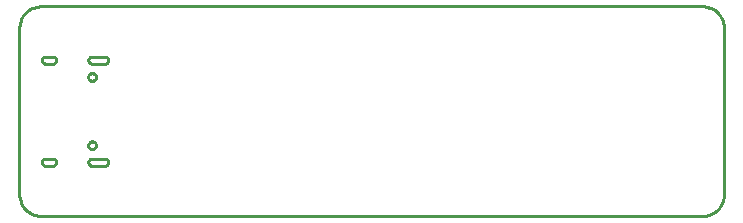
<source format=gbr>
G04 EAGLE Gerber RS-274X export*
G75*
%MOMM*%
%FSLAX34Y34*%
%LPD*%
%IN*%
%IPPOS*%
%AMOC8*
5,1,8,0,0,1.08239X$1,22.5*%
G01*
%ADD10C,0.254000*%


D10*
X-298450Y-69850D02*
X-298378Y-71510D01*
X-298161Y-73158D01*
X-297801Y-74781D01*
X-297301Y-76365D01*
X-296665Y-77901D01*
X-295898Y-79375D01*
X-295005Y-80777D01*
X-293993Y-82095D01*
X-292870Y-83320D01*
X-291645Y-84443D01*
X-290327Y-85455D01*
X-288925Y-86348D01*
X-287451Y-87115D01*
X-285915Y-87751D01*
X-284331Y-88251D01*
X-282708Y-88611D01*
X-281060Y-88828D01*
X-279400Y-88900D01*
X279400Y-88900D01*
X281060Y-88828D01*
X282708Y-88611D01*
X284331Y-88251D01*
X285915Y-87751D01*
X287451Y-87115D01*
X288925Y-86348D01*
X290327Y-85455D01*
X291645Y-84443D01*
X292870Y-83320D01*
X293993Y-82095D01*
X295005Y-80777D01*
X295898Y-79375D01*
X296665Y-77901D01*
X297301Y-76365D01*
X297801Y-74781D01*
X298161Y-73158D01*
X298378Y-71510D01*
X298450Y-69850D01*
X298450Y69850D01*
X298378Y71510D01*
X298161Y73158D01*
X297801Y74781D01*
X297301Y76365D01*
X296665Y77901D01*
X295898Y79375D01*
X295005Y80777D01*
X293993Y82095D01*
X292870Y83320D01*
X291645Y84443D01*
X290327Y85455D01*
X288925Y86348D01*
X287451Y87115D01*
X285915Y87751D01*
X284331Y88251D01*
X282708Y88611D01*
X281060Y88828D01*
X279400Y88900D01*
X-279400Y88900D01*
X-281060Y88828D01*
X-282708Y88611D01*
X-284331Y88251D01*
X-285915Y87751D01*
X-287451Y87115D01*
X-288925Y86348D01*
X-290327Y85455D01*
X-291645Y84443D01*
X-292870Y83320D01*
X-293993Y82095D01*
X-295005Y80777D01*
X-295898Y79375D01*
X-296665Y77901D01*
X-297301Y76365D01*
X-297801Y74781D01*
X-298161Y73158D01*
X-298378Y71510D01*
X-298450Y69850D01*
X-298450Y-69850D01*
X-236900Y-46200D02*
X-225900Y-46200D01*
X-225639Y-46189D01*
X-225379Y-46154D01*
X-225124Y-46098D01*
X-224874Y-46019D01*
X-224632Y-45919D01*
X-224400Y-45798D01*
X-224179Y-45657D01*
X-223972Y-45498D01*
X-223779Y-45321D01*
X-223602Y-45128D01*
X-223443Y-44921D01*
X-223302Y-44700D01*
X-223181Y-44468D01*
X-223081Y-44226D01*
X-223002Y-43976D01*
X-222946Y-43721D01*
X-222911Y-43461D01*
X-222900Y-43200D01*
X-222911Y-42939D01*
X-222946Y-42679D01*
X-223002Y-42424D01*
X-223081Y-42174D01*
X-223181Y-41932D01*
X-223302Y-41700D01*
X-223443Y-41479D01*
X-223602Y-41272D01*
X-223779Y-41079D01*
X-223972Y-40902D01*
X-224179Y-40743D01*
X-224400Y-40602D01*
X-224632Y-40481D01*
X-224874Y-40381D01*
X-225124Y-40302D01*
X-225379Y-40246D01*
X-225639Y-40211D01*
X-225900Y-40200D01*
X-236900Y-40200D01*
X-237161Y-40211D01*
X-237421Y-40246D01*
X-237676Y-40302D01*
X-237926Y-40381D01*
X-238168Y-40481D01*
X-238400Y-40602D01*
X-238621Y-40743D01*
X-238828Y-40902D01*
X-239021Y-41079D01*
X-239198Y-41272D01*
X-239357Y-41479D01*
X-239498Y-41700D01*
X-239619Y-41932D01*
X-239719Y-42174D01*
X-239798Y-42424D01*
X-239854Y-42679D01*
X-239889Y-42939D01*
X-239900Y-43200D01*
X-239889Y-43461D01*
X-239854Y-43721D01*
X-239798Y-43976D01*
X-239719Y-44226D01*
X-239619Y-44468D01*
X-239498Y-44700D01*
X-239357Y-44921D01*
X-239198Y-45128D01*
X-239021Y-45321D01*
X-238828Y-45498D01*
X-238621Y-45657D01*
X-238400Y-45798D01*
X-238168Y-45919D01*
X-237926Y-46019D01*
X-237676Y-46098D01*
X-237421Y-46154D01*
X-237161Y-46189D01*
X-236900Y-46200D01*
X-276250Y-46200D02*
X-270050Y-46200D01*
X-269789Y-46189D01*
X-269529Y-46154D01*
X-269274Y-46098D01*
X-269024Y-46019D01*
X-268782Y-45919D01*
X-268550Y-45798D01*
X-268329Y-45657D01*
X-268122Y-45498D01*
X-267929Y-45321D01*
X-267752Y-45128D01*
X-267593Y-44921D01*
X-267452Y-44700D01*
X-267331Y-44468D01*
X-267231Y-44226D01*
X-267152Y-43976D01*
X-267096Y-43721D01*
X-267061Y-43461D01*
X-267050Y-43200D01*
X-267061Y-42939D01*
X-267096Y-42679D01*
X-267152Y-42424D01*
X-267231Y-42174D01*
X-267331Y-41932D01*
X-267452Y-41700D01*
X-267593Y-41479D01*
X-267752Y-41272D01*
X-267929Y-41079D01*
X-268122Y-40902D01*
X-268329Y-40743D01*
X-268550Y-40602D01*
X-268782Y-40481D01*
X-269024Y-40381D01*
X-269274Y-40302D01*
X-269529Y-40246D01*
X-269789Y-40211D01*
X-270050Y-40200D01*
X-276250Y-40200D01*
X-276511Y-40211D01*
X-276771Y-40246D01*
X-277026Y-40302D01*
X-277276Y-40381D01*
X-277518Y-40481D01*
X-277750Y-40602D01*
X-277971Y-40743D01*
X-278178Y-40902D01*
X-278371Y-41079D01*
X-278548Y-41272D01*
X-278707Y-41479D01*
X-278848Y-41700D01*
X-278969Y-41932D01*
X-279069Y-42174D01*
X-279148Y-42424D01*
X-279204Y-42679D01*
X-279239Y-42939D01*
X-279250Y-43200D01*
X-279239Y-43461D01*
X-279204Y-43721D01*
X-279148Y-43976D01*
X-279069Y-44226D01*
X-278969Y-44468D01*
X-278848Y-44700D01*
X-278707Y-44921D01*
X-278548Y-45128D01*
X-278371Y-45321D01*
X-278178Y-45498D01*
X-277971Y-45657D01*
X-277750Y-45798D01*
X-277518Y-45919D01*
X-277276Y-46019D01*
X-277026Y-46098D01*
X-276771Y-46154D01*
X-276511Y-46189D01*
X-276250Y-46200D01*
X-276250Y40200D02*
X-270050Y40200D01*
X-269789Y40211D01*
X-269529Y40246D01*
X-269274Y40302D01*
X-269024Y40381D01*
X-268782Y40481D01*
X-268550Y40602D01*
X-268329Y40743D01*
X-268122Y40902D01*
X-267929Y41079D01*
X-267752Y41272D01*
X-267593Y41479D01*
X-267452Y41700D01*
X-267331Y41932D01*
X-267231Y42174D01*
X-267152Y42424D01*
X-267096Y42679D01*
X-267061Y42939D01*
X-267050Y43200D01*
X-267061Y43461D01*
X-267096Y43721D01*
X-267152Y43976D01*
X-267231Y44226D01*
X-267331Y44468D01*
X-267452Y44700D01*
X-267593Y44921D01*
X-267752Y45128D01*
X-267929Y45321D01*
X-268122Y45498D01*
X-268329Y45657D01*
X-268550Y45798D01*
X-268782Y45919D01*
X-269024Y46019D01*
X-269274Y46098D01*
X-269529Y46154D01*
X-269789Y46189D01*
X-270050Y46200D01*
X-276250Y46200D01*
X-276511Y46189D01*
X-276771Y46154D01*
X-277026Y46098D01*
X-277276Y46019D01*
X-277518Y45919D01*
X-277750Y45798D01*
X-277971Y45657D01*
X-278178Y45498D01*
X-278371Y45321D01*
X-278548Y45128D01*
X-278707Y44921D01*
X-278848Y44700D01*
X-278969Y44468D01*
X-279069Y44226D01*
X-279148Y43976D01*
X-279204Y43721D01*
X-279239Y43461D01*
X-279250Y43200D01*
X-279239Y42939D01*
X-279204Y42679D01*
X-279148Y42424D01*
X-279069Y42174D01*
X-278969Y41932D01*
X-278848Y41700D01*
X-278707Y41479D01*
X-278548Y41272D01*
X-278371Y41079D01*
X-278178Y40902D01*
X-277971Y40743D01*
X-277750Y40602D01*
X-277518Y40481D01*
X-277276Y40381D01*
X-277026Y40302D01*
X-276771Y40246D01*
X-276511Y40211D01*
X-276250Y40200D01*
X-236900Y40200D02*
X-225900Y40200D01*
X-225639Y40211D01*
X-225379Y40246D01*
X-225124Y40302D01*
X-224874Y40381D01*
X-224632Y40481D01*
X-224400Y40602D01*
X-224179Y40743D01*
X-223972Y40902D01*
X-223779Y41079D01*
X-223602Y41272D01*
X-223443Y41479D01*
X-223302Y41700D01*
X-223181Y41932D01*
X-223081Y42174D01*
X-223002Y42424D01*
X-222946Y42679D01*
X-222911Y42939D01*
X-222900Y43200D01*
X-222911Y43461D01*
X-222946Y43721D01*
X-223002Y43976D01*
X-223081Y44226D01*
X-223181Y44468D01*
X-223302Y44700D01*
X-223443Y44921D01*
X-223602Y45128D01*
X-223779Y45321D01*
X-223972Y45498D01*
X-224179Y45657D01*
X-224400Y45798D01*
X-224632Y45919D01*
X-224874Y46019D01*
X-225124Y46098D01*
X-225379Y46154D01*
X-225639Y46189D01*
X-225900Y46200D01*
X-236900Y46200D01*
X-237161Y46189D01*
X-237421Y46154D01*
X-237676Y46098D01*
X-237926Y46019D01*
X-238168Y45919D01*
X-238400Y45798D01*
X-238621Y45657D01*
X-238828Y45498D01*
X-239021Y45321D01*
X-239198Y45128D01*
X-239357Y44921D01*
X-239498Y44700D01*
X-239619Y44468D01*
X-239719Y44226D01*
X-239798Y43976D01*
X-239854Y43721D01*
X-239889Y43461D01*
X-239900Y43200D01*
X-239889Y42939D01*
X-239854Y42679D01*
X-239798Y42424D01*
X-239719Y42174D01*
X-239619Y41932D01*
X-239498Y41700D01*
X-239357Y41479D01*
X-239198Y41272D01*
X-239021Y41079D01*
X-238828Y40902D01*
X-238621Y40743D01*
X-238400Y40602D01*
X-238168Y40481D01*
X-237926Y40381D01*
X-237676Y40302D01*
X-237421Y40246D01*
X-237161Y40211D01*
X-236900Y40200D01*
X-236900Y-46200D02*
X-225900Y-46200D01*
X-225639Y-46189D01*
X-225379Y-46154D01*
X-225124Y-46098D01*
X-224874Y-46019D01*
X-224632Y-45919D01*
X-224400Y-45798D01*
X-224179Y-45657D01*
X-223972Y-45498D01*
X-223779Y-45321D01*
X-223602Y-45128D01*
X-223443Y-44921D01*
X-223302Y-44700D01*
X-223181Y-44468D01*
X-223081Y-44226D01*
X-223002Y-43976D01*
X-222946Y-43721D01*
X-222911Y-43461D01*
X-222900Y-43200D01*
X-222911Y-42939D01*
X-222946Y-42679D01*
X-223002Y-42424D01*
X-223081Y-42174D01*
X-223181Y-41932D01*
X-223302Y-41700D01*
X-223443Y-41479D01*
X-223602Y-41272D01*
X-223779Y-41079D01*
X-223972Y-40902D01*
X-224179Y-40743D01*
X-224400Y-40602D01*
X-224632Y-40481D01*
X-224874Y-40381D01*
X-225124Y-40302D01*
X-225379Y-40246D01*
X-225639Y-40211D01*
X-225900Y-40200D01*
X-236900Y-40200D01*
X-237161Y-40211D01*
X-237421Y-40246D01*
X-237676Y-40302D01*
X-237926Y-40381D01*
X-238168Y-40481D01*
X-238400Y-40602D01*
X-238621Y-40743D01*
X-238828Y-40902D01*
X-239021Y-41079D01*
X-239198Y-41272D01*
X-239357Y-41479D01*
X-239498Y-41700D01*
X-239619Y-41932D01*
X-239719Y-42174D01*
X-239798Y-42424D01*
X-239854Y-42679D01*
X-239889Y-42939D01*
X-239900Y-43200D01*
X-239889Y-43461D01*
X-239854Y-43721D01*
X-239798Y-43976D01*
X-239719Y-44226D01*
X-239619Y-44468D01*
X-239498Y-44700D01*
X-239357Y-44921D01*
X-239198Y-45128D01*
X-239021Y-45321D01*
X-238828Y-45498D01*
X-238621Y-45657D01*
X-238400Y-45798D01*
X-238168Y-45919D01*
X-237926Y-46019D01*
X-237676Y-46098D01*
X-237421Y-46154D01*
X-237161Y-46189D01*
X-236900Y-46200D01*
X-276250Y-46200D02*
X-270050Y-46200D01*
X-269789Y-46189D01*
X-269529Y-46154D01*
X-269274Y-46098D01*
X-269024Y-46019D01*
X-268782Y-45919D01*
X-268550Y-45798D01*
X-268329Y-45657D01*
X-268122Y-45498D01*
X-267929Y-45321D01*
X-267752Y-45128D01*
X-267593Y-44921D01*
X-267452Y-44700D01*
X-267331Y-44468D01*
X-267231Y-44226D01*
X-267152Y-43976D01*
X-267096Y-43721D01*
X-267061Y-43461D01*
X-267050Y-43200D01*
X-267061Y-42939D01*
X-267096Y-42679D01*
X-267152Y-42424D01*
X-267231Y-42174D01*
X-267331Y-41932D01*
X-267452Y-41700D01*
X-267593Y-41479D01*
X-267752Y-41272D01*
X-267929Y-41079D01*
X-268122Y-40902D01*
X-268329Y-40743D01*
X-268550Y-40602D01*
X-268782Y-40481D01*
X-269024Y-40381D01*
X-269274Y-40302D01*
X-269529Y-40246D01*
X-269789Y-40211D01*
X-270050Y-40200D01*
X-276250Y-40200D01*
X-276511Y-40211D01*
X-276771Y-40246D01*
X-277026Y-40302D01*
X-277276Y-40381D01*
X-277518Y-40481D01*
X-277750Y-40602D01*
X-277971Y-40743D01*
X-278178Y-40902D01*
X-278371Y-41079D01*
X-278548Y-41272D01*
X-278707Y-41479D01*
X-278848Y-41700D01*
X-278969Y-41932D01*
X-279069Y-42174D01*
X-279148Y-42424D01*
X-279204Y-42679D01*
X-279239Y-42939D01*
X-279250Y-43200D01*
X-279239Y-43461D01*
X-279204Y-43721D01*
X-279148Y-43976D01*
X-279069Y-44226D01*
X-278969Y-44468D01*
X-278848Y-44700D01*
X-278707Y-44921D01*
X-278548Y-45128D01*
X-278371Y-45321D01*
X-278178Y-45498D01*
X-277971Y-45657D01*
X-277750Y-45798D01*
X-277518Y-45919D01*
X-277276Y-46019D01*
X-277026Y-46098D01*
X-276771Y-46154D01*
X-276511Y-46189D01*
X-276250Y-46200D01*
X-236900Y40200D02*
X-225900Y40200D01*
X-225639Y40211D01*
X-225379Y40246D01*
X-225124Y40302D01*
X-224874Y40381D01*
X-224632Y40481D01*
X-224400Y40602D01*
X-224179Y40743D01*
X-223972Y40902D01*
X-223779Y41079D01*
X-223602Y41272D01*
X-223443Y41479D01*
X-223302Y41700D01*
X-223181Y41932D01*
X-223081Y42174D01*
X-223002Y42424D01*
X-222946Y42679D01*
X-222911Y42939D01*
X-222900Y43200D01*
X-222911Y43461D01*
X-222946Y43721D01*
X-223002Y43976D01*
X-223081Y44226D01*
X-223181Y44468D01*
X-223302Y44700D01*
X-223443Y44921D01*
X-223602Y45128D01*
X-223779Y45321D01*
X-223972Y45498D01*
X-224179Y45657D01*
X-224400Y45798D01*
X-224632Y45919D01*
X-224874Y46019D01*
X-225124Y46098D01*
X-225379Y46154D01*
X-225639Y46189D01*
X-225900Y46200D01*
X-236900Y46200D01*
X-237161Y46189D01*
X-237421Y46154D01*
X-237676Y46098D01*
X-237926Y46019D01*
X-238168Y45919D01*
X-238400Y45798D01*
X-238621Y45657D01*
X-238828Y45498D01*
X-239021Y45321D01*
X-239198Y45128D01*
X-239357Y44921D01*
X-239498Y44700D01*
X-239619Y44468D01*
X-239719Y44226D01*
X-239798Y43976D01*
X-239854Y43721D01*
X-239889Y43461D01*
X-239900Y43200D01*
X-239889Y42939D01*
X-239854Y42679D01*
X-239798Y42424D01*
X-239719Y42174D01*
X-239619Y41932D01*
X-239498Y41700D01*
X-239357Y41479D01*
X-239198Y41272D01*
X-239021Y41079D01*
X-238828Y40902D01*
X-238621Y40743D01*
X-238400Y40602D01*
X-238168Y40481D01*
X-237926Y40381D01*
X-237676Y40302D01*
X-237421Y40246D01*
X-237161Y40211D01*
X-236900Y40200D01*
X-276250Y40200D02*
X-270050Y40200D01*
X-269789Y40211D01*
X-269529Y40246D01*
X-269274Y40302D01*
X-269024Y40381D01*
X-268782Y40481D01*
X-268550Y40602D01*
X-268329Y40743D01*
X-268122Y40902D01*
X-267929Y41079D01*
X-267752Y41272D01*
X-267593Y41479D01*
X-267452Y41700D01*
X-267331Y41932D01*
X-267231Y42174D01*
X-267152Y42424D01*
X-267096Y42679D01*
X-267061Y42939D01*
X-267050Y43200D01*
X-267061Y43461D01*
X-267096Y43721D01*
X-267152Y43976D01*
X-267231Y44226D01*
X-267331Y44468D01*
X-267452Y44700D01*
X-267593Y44921D01*
X-267752Y45128D01*
X-267929Y45321D01*
X-268122Y45498D01*
X-268329Y45657D01*
X-268550Y45798D01*
X-268782Y45919D01*
X-269024Y46019D01*
X-269274Y46098D01*
X-269529Y46154D01*
X-269789Y46189D01*
X-270050Y46200D01*
X-276250Y46200D01*
X-276511Y46189D01*
X-276771Y46154D01*
X-277026Y46098D01*
X-277276Y46019D01*
X-277518Y45919D01*
X-277750Y45798D01*
X-277971Y45657D01*
X-278178Y45498D01*
X-278371Y45321D01*
X-278548Y45128D01*
X-278707Y44921D01*
X-278848Y44700D01*
X-278969Y44468D01*
X-279069Y44226D01*
X-279148Y43976D01*
X-279204Y43721D01*
X-279239Y43461D01*
X-279250Y43200D01*
X-279239Y42939D01*
X-279204Y42679D01*
X-279148Y42424D01*
X-279069Y42174D01*
X-278969Y41932D01*
X-278848Y41700D01*
X-278707Y41479D01*
X-278548Y41272D01*
X-278371Y41079D01*
X-278178Y40902D01*
X-277971Y40743D01*
X-277750Y40602D01*
X-277518Y40481D01*
X-277276Y40381D01*
X-277026Y40302D01*
X-276771Y40246D01*
X-276511Y40211D01*
X-276250Y40200D01*
X-236913Y25650D02*
X-237335Y25706D01*
X-237747Y25816D01*
X-238141Y25979D01*
X-238509Y26192D01*
X-238847Y26451D01*
X-239149Y26753D01*
X-239408Y27091D01*
X-239621Y27459D01*
X-239784Y27853D01*
X-239894Y28265D01*
X-239950Y28687D01*
X-239950Y29113D01*
X-239894Y29535D01*
X-239784Y29947D01*
X-239621Y30341D01*
X-239408Y30709D01*
X-239149Y31047D01*
X-238847Y31349D01*
X-238509Y31608D01*
X-238141Y31821D01*
X-237747Y31984D01*
X-237335Y32094D01*
X-236913Y32150D01*
X-236487Y32150D01*
X-236065Y32094D01*
X-235653Y31984D01*
X-235259Y31821D01*
X-234891Y31608D01*
X-234553Y31349D01*
X-234251Y31047D01*
X-233992Y30709D01*
X-233779Y30341D01*
X-233616Y29947D01*
X-233506Y29535D01*
X-233450Y29113D01*
X-233450Y28687D01*
X-233506Y28265D01*
X-233616Y27853D01*
X-233779Y27459D01*
X-233992Y27091D01*
X-234251Y26753D01*
X-234553Y26451D01*
X-234891Y26192D01*
X-235259Y25979D01*
X-235653Y25816D01*
X-236065Y25706D01*
X-236487Y25650D01*
X-236913Y25650D01*
X-236913Y-32150D02*
X-237335Y-32094D01*
X-237747Y-31984D01*
X-238141Y-31821D01*
X-238509Y-31608D01*
X-238847Y-31349D01*
X-239149Y-31047D01*
X-239408Y-30709D01*
X-239621Y-30341D01*
X-239784Y-29947D01*
X-239894Y-29535D01*
X-239950Y-29113D01*
X-239950Y-28687D01*
X-239894Y-28265D01*
X-239784Y-27853D01*
X-239621Y-27459D01*
X-239408Y-27091D01*
X-239149Y-26753D01*
X-238847Y-26451D01*
X-238509Y-26192D01*
X-238141Y-25979D01*
X-237747Y-25816D01*
X-237335Y-25706D01*
X-236913Y-25650D01*
X-236487Y-25650D01*
X-236065Y-25706D01*
X-235653Y-25816D01*
X-235259Y-25979D01*
X-234891Y-26192D01*
X-234553Y-26451D01*
X-234251Y-26753D01*
X-233992Y-27091D01*
X-233779Y-27459D01*
X-233616Y-27853D01*
X-233506Y-28265D01*
X-233450Y-28687D01*
X-233450Y-29113D01*
X-233506Y-29535D01*
X-233616Y-29947D01*
X-233779Y-30341D01*
X-233992Y-30709D01*
X-234251Y-31047D01*
X-234553Y-31349D01*
X-234891Y-31608D01*
X-235259Y-31821D01*
X-235653Y-31984D01*
X-236065Y-32094D01*
X-236487Y-32150D01*
X-236913Y-32150D01*
M02*

</source>
